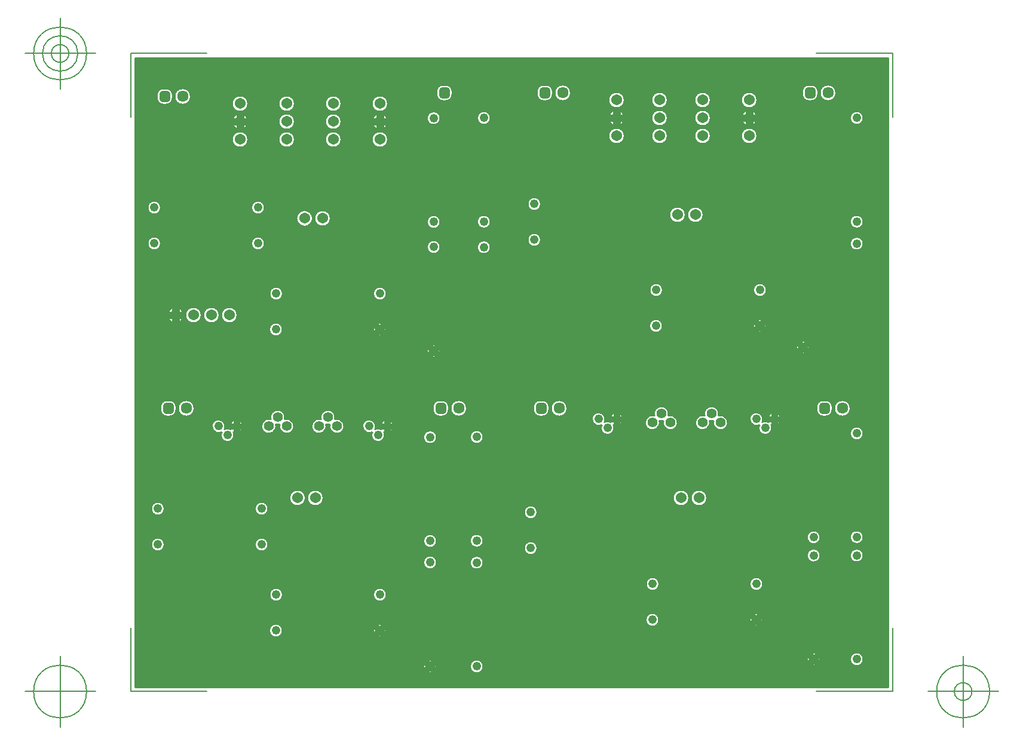
<source format=gbr>
G04 Generated by Ultiboard 14.2 *
%FSLAX33Y33*%
%MOMM*%

%ADD10C,0.001*%
%ADD11C,0.254*%
%ADD12C,0.127*%
%ADD13C,1.609*%
%ADD14R,0.529X0.529*%
%ADD15C,0.995*%
%ADD16C,1.537*%
%ADD17C,1.245*%
%ADD18C,1.397*%


G04 ColorRGB CCFFCC for the following layer *
%LNCopper Inner 1*%
%LPD*%
G54D10*
G36*
X83691Y28577D02*
X83691Y28577D01*
X-22985Y28577D01*
X-22985Y117727D01*
X83691Y117727D01*
X83691Y28577D01*
D02*
G37*
%LPC*%
G36*
X71522Y113041D02*
X71522Y113041D01*
X71522Y112511D01*
G75*
D01*
G03X72379Y111654I857J0*
G01*
X72379Y111654D01*
X72909Y111654D01*
G75*
D01*
G03X73766Y112511I0J857*
G01*
X73766Y112511D01*
X73766Y113041D01*
G74*
D01*
G03X72909Y113898I857J0*
G01*
X72909Y113898D01*
X72379Y113898D01*
G75*
D01*
G03X71522Y113041I0J-857*
G01*
D02*
G37*
G36*
X72249Y109910D02*
G75*
D01*
G03X72249Y109910I-621J-722*
G01*
D02*
G37*
G36*
X72249Y46908D02*
G75*
D01*
G03X72249Y46908I903J304*
G01*
D02*
G37*
G36*
X72283Y32903D02*
G75*
D01*
G03X72283Y32121I869J-391*
G01*
X72283Y32121D01*
X72674Y32512D01*
X72283Y32903D01*
D02*
G37*
G36*
X72249Y49480D02*
G75*
D01*
G03X72249Y49480I903J304*
G01*
D02*
G37*
G36*
X72249Y95210D02*
G75*
D01*
G03X72249Y95210I-621J-722*
G01*
D02*
G37*
G36*
X72249Y92130D02*
G75*
D01*
G03X72249Y92130I-621J-722*
G01*
D02*
G37*
G36*
X78927Y75811D02*
G75*
D01*
G03X78927Y75811I321J897*
G01*
D02*
G37*
G36*
X72497Y77099D02*
X72497Y77099D01*
X72106Y76708D01*
X72497Y76317D01*
G75*
D01*
G03X72497Y77099I-869J391*
G01*
D02*
G37*
G36*
X72249Y64788D02*
G75*
D01*
G03X72249Y64788I903J-304*
G01*
D02*
G37*
G36*
X24249Y112022D02*
G75*
D01*
G03X24249Y112022I-881J754*
G01*
D02*
G37*
G36*
X249Y94140D02*
G75*
D01*
G03X249Y94140I767J856*
G01*
D02*
G37*
G36*
X249Y54250D02*
G75*
D01*
G03X249Y54250I-249J1122*
G01*
D02*
G37*
G36*
X48249Y49072D02*
G75*
D01*
G03X48249Y49072I-497J-812*
G01*
D02*
G37*
G36*
X19161Y75811D02*
G75*
D01*
G03X19161Y75811I143J421*
G01*
D02*
G37*
G36*
X48249Y92900D02*
G75*
D01*
G03X48249Y92900I11J-952*
G01*
D02*
G37*
G36*
X48249Y97980D02*
G75*
D01*
G03X48249Y97980I11J-952*
G01*
D02*
G37*
G36*
X72019Y75839D02*
X72019Y75839D01*
X71628Y76230D01*
X71237Y75839D01*
G75*
D01*
G03X72019Y75839I391J869*
G01*
D02*
G37*
G36*
X25546Y75811D02*
G75*
D01*
G03X25546Y75811I870J389*
G01*
D02*
G37*
G36*
X48249Y52528D02*
G75*
D01*
G03X48249Y52528I-497J812*
G01*
D02*
G37*
G36*
X78296Y109220D02*
G75*
D01*
G03X78296Y109220I952J0*
G01*
D02*
G37*
G36*
X74024Y112776D02*
G75*
D01*
G03X74024Y112776I1160J0*
G01*
D02*
G37*
G36*
X78296Y49816D02*
G75*
D01*
G03X78296Y49816I952J0*
G01*
D02*
G37*
G36*
X73543Y31643D02*
X73543Y31643D01*
X73152Y32034D01*
X72761Y31643D01*
G75*
D01*
G03X73543Y31643I391J869*
G01*
D02*
G37*
G36*
X78296Y32512D02*
G75*
D01*
G03X78296Y32512I952J0*
G01*
D02*
G37*
G36*
X74021Y32903D02*
X74021Y32903D01*
X73630Y32512D01*
X74021Y32121D01*
G75*
D01*
G03X74021Y32903I-869J391*
G01*
D02*
G37*
G36*
X72761Y33381D02*
X72761Y33381D01*
X73152Y32990D01*
X73543Y33381D01*
G75*
D01*
G03X72761Y33381I-391J-869*
G01*
D02*
G37*
G36*
X72708Y32512D02*
G75*
D01*
G03X72708Y32512I444J0*
G01*
D02*
G37*
G36*
X78296Y47212D02*
G75*
D01*
G03X78296Y47212I952J0*
G01*
D02*
G37*
G36*
X78296Y94520D02*
G75*
D01*
G03X78296Y94520I952J0*
G01*
D02*
G37*
G36*
X78296Y91408D02*
G75*
D01*
G03X78296Y91408I952J0*
G01*
D02*
G37*
G36*
X78296Y64516D02*
G75*
D01*
G03X78296Y64516I952J0*
G01*
D02*
G37*
G36*
X73554Y68337D02*
X73554Y68337D01*
X73554Y67807D01*
G75*
D01*
G03X74411Y66950I857J0*
G01*
X74411Y66950D01*
X74941Y66950D01*
G75*
D01*
G03X75798Y67807I0J857*
G01*
X75798Y67807D01*
X75798Y68337D01*
G74*
D01*
G03X74941Y69194I857J0*
G01*
X74941Y69194D01*
X74411Y69194D01*
G75*
D01*
G03X73554Y68337I0J-857*
G01*
D02*
G37*
G36*
X76056Y68072D02*
G75*
D01*
G03X76056Y68072I1160J0*
G01*
D02*
G37*
G36*
X-9277Y106172D02*
G75*
D01*
G03X-9277Y106172I1149J0*
G01*
D02*
G37*
G36*
X-2673Y106172D02*
G75*
D01*
G03X-2673Y106172I1149J0*
G01*
D02*
G37*
G36*
X-7701Y109120D02*
X-7701Y109120D01*
X-7053Y109120D01*
G74*
D01*
G03X-7720Y109787I1075J408*
G01*
X-7720Y109787D01*
X-7720Y109139D01*
G75*
D01*
G03X-8536Y109139I-408J-427*
G01*
X-8536Y109139D01*
X-8536Y109787D01*
G74*
D01*
G03X-9203Y109120I408J1075*
G01*
X-9203Y109120D01*
X-8555Y109120D01*
G75*
D01*
G03X-8555Y108304I427J-408*
G01*
X-8555Y108304D01*
X-9203Y108304D01*
G74*
D01*
G03X-8536Y107637I1075J408*
G01*
X-8536Y107637D01*
X-8536Y108285D01*
G75*
D01*
G03X-7720Y108285I408J427*
G01*
X-7720Y108285D01*
X-7720Y107637D01*
G74*
D01*
G03X-7053Y108304I408J1075*
G01*
X-7053Y108304D01*
X-7701Y108304D01*
G75*
D01*
G03X-7701Y109120I-427J408*
G01*
D02*
G37*
G36*
X-2673Y108712D02*
G75*
D01*
G03X-2673Y108712I1149J0*
G01*
D02*
G37*
G36*
X-19918Y112533D02*
X-19918Y112533D01*
X-19918Y112003D01*
G75*
D01*
G03X-19061Y111146I857J0*
G01*
X-19061Y111146D01*
X-18531Y111146D01*
G75*
D01*
G03X-17674Y112003I0J857*
G01*
X-17674Y112003D01*
X-17674Y112533D01*
G74*
D01*
G03X-18531Y113390I857J0*
G01*
X-18531Y113390D01*
X-19061Y113390D01*
G75*
D01*
G03X-19918Y112533I0J-857*
G01*
D02*
G37*
G36*
X-17416Y112268D02*
G75*
D01*
G03X-17416Y112268I1160J0*
G01*
D02*
G37*
G36*
X-9277Y111252D02*
G75*
D01*
G03X-9277Y111252I1149J0*
G01*
D02*
G37*
G36*
X-2673Y111252D02*
G75*
D01*
G03X-2673Y111252I1149J0*
G01*
D02*
G37*
G36*
X3931Y106172D02*
G75*
D01*
G03X3931Y106172I1149J0*
G01*
D02*
G37*
G36*
X10535Y106172D02*
G75*
D01*
G03X10535Y106172I1149J0*
G01*
D02*
G37*
G36*
X3931Y108712D02*
G75*
D01*
G03X3931Y108712I1149J0*
G01*
D02*
G37*
G36*
X12111Y109120D02*
X12111Y109120D01*
X12759Y109120D01*
G74*
D01*
G03X12092Y109787I1075J408*
G01*
X12092Y109787D01*
X12092Y109139D01*
G75*
D01*
G03X11276Y109139I-408J-427*
G01*
X11276Y109139D01*
X11276Y109787D01*
G74*
D01*
G03X10609Y109120I408J1075*
G01*
X10609Y109120D01*
X11257Y109120D01*
G75*
D01*
G03X11257Y108304I427J-408*
G01*
X11257Y108304D01*
X10609Y108304D01*
G74*
D01*
G03X11276Y107637I1075J408*
G01*
X11276Y107637D01*
X11276Y108285D01*
G75*
D01*
G03X12092Y108285I408J427*
G01*
X12092Y108285D01*
X12092Y107637D01*
G74*
D01*
G03X12759Y108304I408J1075*
G01*
X12759Y108304D01*
X12111Y108304D01*
G75*
D01*
G03X12111Y109120I-427J408*
G01*
D02*
G37*
G36*
X18352Y109188D02*
G75*
D01*
G03X18352Y109188I952J0*
G01*
D02*
G37*
G36*
X3931Y111252D02*
G75*
D01*
G03X3931Y111252I1149J0*
G01*
D02*
G37*
G36*
X10535Y111252D02*
G75*
D01*
G03X10535Y111252I1149J0*
G01*
D02*
G37*
G36*
X19706Y113041D02*
X19706Y113041D01*
X19706Y112511D01*
G75*
D01*
G03X20563Y111654I857J0*
G01*
X20563Y111654D01*
X21093Y111654D01*
G75*
D01*
G03X21950Y112511I0J857*
G01*
X21950Y112511D01*
X21950Y113041D01*
G74*
D01*
G03X21093Y113898I857J0*
G01*
X21093Y113898D01*
X20563Y113898D01*
G75*
D01*
G03X19706Y113041I0J-857*
G01*
D02*
G37*
G36*
X50159Y106680D02*
G75*
D01*
G03X50159Y106680I1149J0*
G01*
D02*
G37*
G36*
X56255Y106680D02*
G75*
D01*
G03X56255Y106680I1149J0*
G01*
D02*
G37*
G36*
X62859Y106680D02*
G75*
D01*
G03X62859Y106680I1149J0*
G01*
D02*
G37*
G36*
X50159Y109220D02*
G75*
D01*
G03X50159Y109220I1149J0*
G01*
D02*
G37*
G36*
X56255Y109220D02*
G75*
D01*
G03X56255Y109220I1149J0*
G01*
D02*
G37*
G36*
X64435Y109628D02*
X64435Y109628D01*
X65083Y109628D01*
G74*
D01*
G03X64416Y110295I1075J408*
G01*
X64416Y110295D01*
X64416Y109647D01*
G75*
D01*
G03X63600Y109647I-408J-427*
G01*
X63600Y109647D01*
X63600Y110295D01*
G74*
D01*
G03X62933Y109628I408J1075*
G01*
X62933Y109628D01*
X63581Y109628D01*
G75*
D01*
G03X63581Y108812I427J-408*
G01*
X63581Y108812D01*
X62933Y108812D01*
G74*
D01*
G03X63600Y108145I1075J408*
G01*
X63600Y108145D01*
X63600Y108793D01*
G75*
D01*
G03X64416Y108793I408J427*
G01*
X64416Y108793D01*
X64416Y108145D01*
G74*
D01*
G03X65083Y108812I408J1075*
G01*
X65083Y108812D01*
X64435Y108812D01*
G75*
D01*
G03X64435Y109628I-427J408*
G01*
D02*
G37*
G36*
X50159Y111760D02*
G75*
D01*
G03X50159Y111760I1149J0*
G01*
D02*
G37*
G36*
X56255Y111760D02*
G75*
D01*
G03X56255Y111760I1149J0*
G01*
D02*
G37*
G36*
X62859Y111760D02*
G75*
D01*
G03X62859Y111760I1149J0*
G01*
D02*
G37*
G36*
X44063Y106680D02*
G75*
D01*
G03X44063Y106680I1149J0*
G01*
D02*
G37*
G36*
X25464Y109220D02*
G75*
D01*
G03X25464Y109220I952J0*
G01*
D02*
G37*
G36*
X45639Y109628D02*
X45639Y109628D01*
X46287Y109628D01*
G74*
D01*
G03X45620Y110295I1075J408*
G01*
X45620Y110295D01*
X45620Y109647D01*
G75*
D01*
G03X44804Y109647I-408J-427*
G01*
X44804Y109647D01*
X44804Y110295D01*
G74*
D01*
G03X44137Y109628I408J1075*
G01*
X44137Y109628D01*
X44785Y109628D01*
G75*
D01*
G03X44785Y108812I427J-408*
G01*
X44785Y108812D01*
X44137Y108812D01*
G74*
D01*
G03X44804Y108145I1075J408*
G01*
X44804Y108145D01*
X44804Y108793D01*
G75*
D01*
G03X45620Y108793I408J427*
G01*
X45620Y108793D01*
X45620Y108145D01*
G74*
D01*
G03X46287Y108812I408J1075*
G01*
X46287Y108812D01*
X45639Y108812D01*
G75*
D01*
G03X45639Y109628I-427J408*
G01*
D02*
G37*
G36*
X33930Y113041D02*
X33930Y113041D01*
X33930Y112511D01*
G75*
D01*
G03X34787Y111654I857J0*
G01*
X34787Y111654D01*
X35317Y111654D01*
G75*
D01*
G03X36174Y112511I0J857*
G01*
X36174Y112511D01*
X36174Y113041D01*
G74*
D01*
G03X35317Y113898I857J0*
G01*
X35317Y113898D01*
X34787Y113898D01*
G75*
D01*
G03X33930Y113041I0J-857*
G01*
D02*
G37*
G36*
X36432Y112776D02*
G75*
D01*
G03X36432Y112776I1160J0*
G01*
D02*
G37*
G36*
X44063Y111760D02*
G75*
D01*
G03X44063Y111760I1149J0*
G01*
D02*
G37*
G36*
X-6032Y48768D02*
G75*
D01*
G03X-6032Y48768I952J0*
G01*
D02*
G37*
G36*
X-4000Y36576D02*
G75*
D01*
G03X-4000Y36576I952J0*
G01*
D02*
G37*
G36*
X-3968Y41656D02*
G75*
D01*
G03X-3968Y41656I952J0*
G01*
D02*
G37*
G36*
X-20732Y48768D02*
G75*
D01*
G03X-20732Y48768I952J0*
G01*
D02*
G37*
G36*
X-6540Y96520D02*
G75*
D01*
G03X-6540Y96520I952J0*
G01*
D02*
G37*
G36*
X-4000Y79248D02*
G75*
D01*
G03X-4000Y79248I952J0*
G01*
D02*
G37*
G36*
X-16845Y81688D02*
X-16845Y81688D01*
X-16197Y81688D01*
G74*
D01*
G03X-16864Y82355I1075J408*
G01*
X-16864Y82355D01*
X-16864Y81707D01*
G75*
D01*
G03X-17680Y81707I-408J-427*
G01*
X-17680Y81707D01*
X-17680Y82355D01*
G74*
D01*
G03X-18347Y81688I408J1075*
G01*
X-18347Y81688D01*
X-17699Y81688D01*
G75*
D01*
G03X-17699Y80872I427J-408*
G01*
X-17699Y80872D01*
X-18347Y80872D01*
G74*
D01*
G03X-17680Y80205I1075J408*
G01*
X-17680Y80205D01*
X-17680Y80853D01*
G75*
D01*
G03X-16864Y80853I408J427*
G01*
X-16864Y80853D01*
X-16864Y80205D01*
G74*
D01*
G03X-16197Y80872I408J1075*
G01*
X-16197Y80872D01*
X-16845Y80872D01*
G75*
D01*
G03X-16845Y81688I-427J408*
G01*
D02*
G37*
G36*
X-15881Y81280D02*
G75*
D01*
G03X-15881Y81280I1149J0*
G01*
D02*
G37*
G36*
X-13341Y81280D02*
G75*
D01*
G03X-13341Y81280I1149J0*
G01*
D02*
G37*
G36*
X-10801Y81280D02*
G75*
D01*
G03X-10801Y81280I1149J0*
G01*
D02*
G37*
G36*
X-3968Y84328D02*
G75*
D01*
G03X-3968Y84328I952J0*
G01*
D02*
G37*
G36*
X-21240Y91440D02*
G75*
D01*
G03X-21240Y91440I952J0*
G01*
D02*
G37*
G36*
X-6540Y91440D02*
G75*
D01*
G03X-6540Y91440I952J0*
G01*
D02*
G37*
G36*
X-21240Y96520D02*
G75*
D01*
G03X-21240Y96520I952J0*
G01*
D02*
G37*
G36*
X-16908Y68072D02*
G75*
D01*
G03X-16908Y68072I1160J0*
G01*
D02*
G37*
G36*
X-20732Y53848D02*
G75*
D01*
G03X-20732Y53848I952J0*
G01*
D02*
G37*
G36*
X-6032Y53848D02*
G75*
D01*
G03X-6032Y53848I952J0*
G01*
D02*
G37*
G36*
X-9496Y65122D02*
G75*
D01*
G03X-10316Y65122I-410J-860*
G01*
G75*
D01*
G03X-10766Y64672I-860J410*
G01*
G75*
D01*
G03X-9046Y64672I860J-410*
G01*
G74*
D01*
G03X-8974Y64641I410J860*
G01*
X-8974Y64641D01*
X-8974Y65194D01*
X-9527Y65194D01*
G74*
D01*
G03X-9496Y65122I891J338*
G01*
D02*
G37*
G36*
X-9527Y65870D02*
X-9527Y65870D01*
X-8974Y65870D01*
X-8974Y66423D01*
G74*
D01*
G03X-9527Y65870I338J891*
G01*
D02*
G37*
G36*
X-8298Y66423D02*
X-8298Y66423D01*
X-8298Y65870D01*
X-7745Y65870D01*
G74*
D01*
G03X-8298Y66423I891J338*
G01*
D02*
G37*
G36*
X-7745Y65194D02*
X-7745Y65194D01*
X-8298Y65194D01*
X-8298Y64641D01*
G74*
D01*
G03X-7745Y65194I338J891*
G01*
D02*
G37*
G36*
X-9080Y65532D02*
G75*
D01*
G03X-9080Y65532I444J0*
G01*
D02*
G37*
G36*
X-1769Y66557D02*
G75*
D01*
G03X-3819Y66557I-1025J245*
G01*
G75*
D01*
G03X-3039Y65777I-245J-1025*
G01*
G75*
D01*
G03X-2549Y65777I245J1025*
G01*
G75*
D01*
G03X-1769Y66557I1025J-245*
G01*
D02*
G37*
G36*
X-19410Y68337D02*
X-19410Y68337D01*
X-19410Y67807D01*
G75*
D01*
G03X-18553Y66950I857J0*
G01*
X-18553Y66950D01*
X-18023Y66950D01*
G75*
D01*
G03X-17166Y67807I0J857*
G01*
X-17166Y67807D01*
X-17166Y68337D01*
G74*
D01*
G03X-18023Y69194I857J0*
G01*
X-18023Y69194D01*
X-18553Y69194D01*
G75*
D01*
G03X-19410Y68337I0J-857*
G01*
D02*
G37*
G36*
X17844Y49276D02*
G75*
D01*
G03X17844Y49276I952J0*
G01*
D02*
G37*
G36*
X17927Y31919D02*
G75*
D01*
G03X17927Y31137I869J-391*
G01*
X17927Y31137D01*
X18318Y31528D01*
X17927Y31919D01*
D02*
G37*
G36*
X19665Y31919D02*
X19665Y31919D01*
X19274Y31528D01*
X19665Y31137D01*
G75*
D01*
G03X19665Y31919I-869J391*
G01*
D02*
G37*
G36*
X19187Y30659D02*
X19187Y30659D01*
X18796Y31050D01*
X18405Y30659D01*
G75*
D01*
G03X19187Y30659I391J869*
G01*
D02*
G37*
G36*
X18352Y31528D02*
G75*
D01*
G03X18352Y31528I444J0*
G01*
D02*
G37*
G36*
X18405Y32397D02*
X18405Y32397D01*
X18796Y32006D01*
X19187Y32397D01*
G75*
D01*
G03X18405Y32397I-391J-869*
G01*
D02*
G37*
G36*
X12043Y35707D02*
X12043Y35707D01*
X11652Y36098D01*
X11261Y35707D01*
G75*
D01*
G03X12043Y35707I391J869*
G01*
D02*
G37*
G36*
X11261Y37445D02*
X11261Y37445D01*
X11652Y37054D01*
X12043Y37445D01*
G75*
D01*
G03X11261Y37445I-391J-869*
G01*
D02*
G37*
G36*
X11208Y36576D02*
G75*
D01*
G03X11208Y36576I444J0*
G01*
D02*
G37*
G36*
X10783Y36967D02*
G75*
D01*
G03X10783Y36185I869J-391*
G01*
X10783Y36185D01*
X11174Y36576D01*
X10783Y36967D01*
D02*
G37*
G36*
X12521Y36967D02*
X12521Y36967D01*
X12130Y36576D01*
X12521Y36185D01*
G75*
D01*
G03X12521Y36967I-869J391*
G01*
D02*
G37*
G36*
X10732Y41656D02*
G75*
D01*
G03X10732Y41656I952J0*
G01*
D02*
G37*
G36*
X17844Y46228D02*
G75*
D01*
G03X17844Y46228I952J0*
G01*
D02*
G37*
G36*
X49340Y38100D02*
G75*
D01*
G03X49340Y38100I952J0*
G01*
D02*
G37*
G36*
X64123Y38491D02*
G75*
D01*
G03X64123Y37709I869J-391*
G01*
X64123Y37709D01*
X64514Y38100D01*
X64123Y38491D01*
D02*
G37*
G36*
X65861Y38491D02*
X65861Y38491D01*
X65470Y38100D01*
X65861Y37709D01*
G75*
D01*
G03X65861Y38491I-869J391*
G01*
D02*
G37*
G36*
X64548Y38100D02*
G75*
D01*
G03X64548Y38100I444J0*
G01*
D02*
G37*
G36*
X65383Y37231D02*
X65383Y37231D01*
X64992Y37622D01*
X64601Y37231D01*
G75*
D01*
G03X65383Y37231I391J869*
G01*
D02*
G37*
G36*
X64601Y38969D02*
X64601Y38969D01*
X64992Y38578D01*
X65383Y38969D01*
G75*
D01*
G03X64601Y38969I-391J-869*
G01*
D02*
G37*
G36*
X49372Y43180D02*
G75*
D01*
G03X49372Y43180I952J0*
G01*
D02*
G37*
G36*
X64072Y43180D02*
G75*
D01*
G03X64072Y43180I952J0*
G01*
D02*
G37*
G36*
X24448Y49308D02*
G75*
D01*
G03X24448Y49308I952J0*
G01*
D02*
G37*
G36*
X24448Y31496D02*
G75*
D01*
G03X24448Y31496I952J0*
G01*
D02*
G37*
G36*
X24448Y46196D02*
G75*
D01*
G03X24448Y46196I952J0*
G01*
D02*
G37*
G36*
X32100Y48260D02*
G75*
D01*
G03X32100Y48260I952J0*
G01*
D02*
G37*
G36*
X18352Y94488D02*
G75*
D01*
G03X18352Y94488I952J0*
G01*
D02*
G37*
G36*
X18435Y76623D02*
G75*
D01*
G03X18435Y75841I869J-391*
G01*
X18435Y75841D01*
X18826Y76232D01*
X18435Y76623D01*
D02*
G37*
G36*
X20173Y76623D02*
X20173Y76623D01*
X19782Y76232D01*
X20173Y75841D01*
G75*
D01*
G03X20173Y76623I-869J391*
G01*
D02*
G37*
G36*
X18913Y77101D02*
X18913Y77101D01*
X19304Y76710D01*
X19695Y77101D01*
G75*
D01*
G03X18913Y77101I-391J-869*
G01*
D02*
G37*
G36*
X11261Y80117D02*
X11261Y80117D01*
X11652Y79726D01*
X12043Y80117D01*
G75*
D01*
G03X11261Y80117I-391J-869*
G01*
D02*
G37*
G36*
X12043Y78379D02*
X12043Y78379D01*
X11652Y78770D01*
X11261Y78379D01*
G75*
D01*
G03X12043Y78379I391J869*
G01*
D02*
G37*
G36*
X11208Y79248D02*
G75*
D01*
G03X11208Y79248I444J0*
G01*
D02*
G37*
G36*
X10783Y79639D02*
G75*
D01*
G03X10783Y78857I869J-391*
G01*
X10783Y78857D01*
X11174Y79248D01*
X10783Y79639D01*
D02*
G37*
G36*
X12521Y79639D02*
X12521Y79639D01*
X12130Y79248D01*
X12521Y78857D01*
G75*
D01*
G03X12521Y79639I-869J391*
G01*
D02*
G37*
G36*
X10732Y84328D02*
G75*
D01*
G03X10732Y84328I952J0*
G01*
D02*
G37*
G36*
X18352Y90932D02*
G75*
D01*
G03X18352Y90932I952J0*
G01*
D02*
G37*
G36*
X2407Y94996D02*
G75*
D01*
G03X2407Y94996I1149J0*
G01*
D02*
G37*
G36*
X71237Y77577D02*
X71237Y77577D01*
X71628Y77186D01*
X72019Y77577D01*
G75*
D01*
G03X71237Y77577I-391J-869*
G01*
D02*
G37*
G36*
X71184Y76708D02*
G75*
D01*
G03X71184Y76708I444J0*
G01*
D02*
G37*
G36*
X70759Y77099D02*
G75*
D01*
G03X70759Y76317I869J-391*
G01*
X70759Y76317D01*
X71150Y76708D01*
X70759Y77099D01*
D02*
G37*
G36*
X49848Y79756D02*
G75*
D01*
G03X49848Y79756I952J0*
G01*
D02*
G37*
G36*
X64631Y80147D02*
G75*
D01*
G03X64631Y79365I869J-391*
G01*
X64631Y79365D01*
X65022Y79756D01*
X64631Y80147D01*
D02*
G37*
G36*
X66369Y80147D02*
X66369Y80147D01*
X65978Y79756D01*
X66369Y79365D01*
G75*
D01*
G03X66369Y80147I-869J391*
G01*
D02*
G37*
G36*
X65056Y79756D02*
G75*
D01*
G03X65056Y79756I444J0*
G01*
D02*
G37*
G36*
X65891Y78887D02*
X65891Y78887D01*
X65500Y79278D01*
X65109Y78887D01*
G75*
D01*
G03X65891Y78887I391J869*
G01*
D02*
G37*
G36*
X65109Y80625D02*
X65109Y80625D01*
X65500Y80234D01*
X65891Y80625D01*
G75*
D01*
G03X65109Y80625I-391J-869*
G01*
D02*
G37*
G36*
X49880Y84836D02*
G75*
D01*
G03X49880Y84836I952J0*
G01*
D02*
G37*
G36*
X64580Y84836D02*
G75*
D01*
G03X64580Y84836I952J0*
G01*
D02*
G37*
G36*
X52699Y95504D02*
G75*
D01*
G03X52699Y95504I1149J0*
G01*
D02*
G37*
G36*
X55239Y95504D02*
G75*
D01*
G03X55239Y95504I1149J0*
G01*
D02*
G37*
G36*
X19695Y75363D02*
X19695Y75363D01*
X19304Y75754D01*
X18913Y75363D01*
G75*
D01*
G03X19695Y75363I391J869*
G01*
D02*
G37*
G36*
X1391Y55372D02*
G75*
D01*
G03X1391Y55372I1149J0*
G01*
D02*
G37*
G36*
X11840Y65122D02*
G75*
D01*
G03X11020Y65122I-410J-860*
G01*
G75*
D01*
G03X10570Y64672I-860J410*
G01*
G75*
D01*
G03X12290Y64672I860J-410*
G01*
G74*
D01*
G03X12362Y64641I410J860*
G01*
X12362Y64641D01*
X12362Y65194D01*
X11809Y65194D01*
G74*
D01*
G03X11840Y65122I891J338*
G01*
D02*
G37*
G36*
X17844Y63976D02*
G75*
D01*
G03X17844Y63976I952J0*
G01*
D02*
G37*
G36*
X5343Y66557D02*
G75*
D01*
G03X3293Y66557I-1025J245*
G01*
G75*
D01*
G03X4073Y65777I-245J-1025*
G01*
G75*
D01*
G03X4563Y65777I245J1025*
G01*
G75*
D01*
G03X5343Y66557I1025J-245*
G01*
D02*
G37*
G36*
X11809Y65870D02*
X11809Y65870D01*
X12362Y65870D01*
X12362Y66423D01*
G74*
D01*
G03X11809Y65870I338J891*
G01*
D02*
G37*
G36*
X13038Y66423D02*
X13038Y66423D01*
X13038Y65870D01*
X13591Y65870D01*
G74*
D01*
G03X13038Y66423I891J338*
G01*
D02*
G37*
G36*
X13591Y65194D02*
X13591Y65194D01*
X13038Y65194D01*
X13038Y64641D01*
G74*
D01*
G03X13591Y65194I338J891*
G01*
D02*
G37*
G36*
X12256Y65532D02*
G75*
D01*
G03X12256Y65532I444J0*
G01*
D02*
G37*
G36*
X19198Y68337D02*
X19198Y68337D01*
X19198Y67807D01*
G75*
D01*
G03X20055Y66950I857J0*
G01*
X20055Y66950D01*
X20585Y66950D01*
G75*
D01*
G03X21442Y67807I0J857*
G01*
X21442Y67807D01*
X21442Y68337D01*
G74*
D01*
G03X20585Y69194I857J0*
G01*
X20585Y69194D01*
X20055Y69194D01*
G75*
D01*
G03X19198Y68337I0J-857*
G01*
D02*
G37*
G36*
X21700Y68072D02*
G75*
D01*
G03X21700Y68072I1160J0*
G01*
D02*
G37*
G36*
X25464Y90900D02*
G75*
D01*
G03X25464Y90900I952J0*
G01*
D02*
G37*
G36*
X32608Y91948D02*
G75*
D01*
G03X32608Y91948I952J0*
G01*
D02*
G37*
G36*
X25464Y94520D02*
G75*
D01*
G03X25464Y94520I952J0*
G01*
D02*
G37*
G36*
X32608Y97028D02*
G75*
D01*
G03X32608Y97028I952J0*
G01*
D02*
G37*
G36*
X53207Y55372D02*
G75*
D01*
G03X53207Y55372I1149J0*
G01*
D02*
G37*
G36*
X55747Y55372D02*
G75*
D01*
G03X55747Y55372I1149J0*
G01*
D02*
G37*
G36*
X52587Y67065D02*
G75*
D01*
G03X50537Y67065I-1025J245*
G01*
G75*
D01*
G03X51317Y66285I-245J-1025*
G01*
G75*
D01*
G03X51807Y66285I245J1025*
G01*
G75*
D01*
G03X52587Y67065I1025J-245*
G01*
D02*
G37*
G36*
X59699Y67065D02*
G75*
D01*
G03X57649Y67065I-1025J245*
G01*
G75*
D01*
G03X58429Y66285I-245J-1025*
G01*
G75*
D01*
G03X58919Y66285I245J1025*
G01*
G75*
D01*
G03X59699Y67065I1025J-245*
G01*
D02*
G37*
G36*
X66704Y66138D02*
G75*
D01*
G03X65884Y66138I-410J-860*
G01*
G75*
D01*
G03X65434Y65688I-860J410*
G01*
G75*
D01*
G03X67154Y65688I860J-410*
G01*
G74*
D01*
G03X67226Y65657I410J860*
G01*
X67226Y65657D01*
X67226Y66210D01*
X66673Y66210D01*
G74*
D01*
G03X66704Y66138I891J338*
G01*
D02*
G37*
G36*
X68455Y66210D02*
X68455Y66210D01*
X67902Y66210D01*
X67902Y65657D01*
G74*
D01*
G03X68455Y66210I338J891*
G01*
D02*
G37*
G36*
X67902Y67439D02*
X67902Y67439D01*
X67902Y66886D01*
X68455Y66886D01*
G74*
D01*
G03X67902Y67439I891J338*
G01*
D02*
G37*
G36*
X67120Y66548D02*
G75*
D01*
G03X67120Y66548I444J0*
G01*
D02*
G37*
G36*
X66673Y66886D02*
X66673Y66886D01*
X67226Y66886D01*
X67226Y67439D01*
G74*
D01*
G03X66673Y66886I338J891*
G01*
D02*
G37*
G36*
X32100Y53340D02*
G75*
D01*
G03X32100Y53340I952J0*
G01*
D02*
G37*
G36*
X24448Y64008D02*
G75*
D01*
G03X24448Y64008I952J0*
G01*
D02*
G37*
G36*
X44352Y66138D02*
G75*
D01*
G03X43532Y66138I-410J-860*
G01*
G75*
D01*
G03X43082Y65688I-860J410*
G01*
G75*
D01*
G03X44802Y65688I860J-410*
G01*
G74*
D01*
G03X44874Y65657I410J860*
G01*
X44874Y65657D01*
X44874Y66210D01*
X44321Y66210D01*
G74*
D01*
G03X44352Y66138I891J338*
G01*
D02*
G37*
G36*
X46103Y66210D02*
X46103Y66210D01*
X45550Y66210D01*
X45550Y65657D01*
G74*
D01*
G03X46103Y66210I338J891*
G01*
D02*
G37*
G36*
X33422Y68337D02*
X33422Y68337D01*
X33422Y67807D01*
G75*
D01*
G03X34279Y66950I857J0*
G01*
X34279Y66950D01*
X34809Y66950D01*
G75*
D01*
G03X35666Y67807I0J857*
G01*
X35666Y67807D01*
X35666Y68337D01*
G74*
D01*
G03X34809Y69194I857J0*
G01*
X34809Y69194D01*
X34279Y69194D01*
G75*
D01*
G03X33422Y68337I0J-857*
G01*
D02*
G37*
G36*
X35924Y68072D02*
G75*
D01*
G03X35924Y68072I1160J0*
G01*
D02*
G37*
G36*
X45550Y67439D02*
X45550Y67439D01*
X45550Y66886D01*
X46103Y66886D01*
G74*
D01*
G03X45550Y67439I891J338*
G01*
D02*
G37*
G36*
X44321Y66886D02*
X44321Y66886D01*
X44874Y66886D01*
X44874Y67439D01*
G74*
D01*
G03X44321Y66886I338J891*
G01*
D02*
G37*
G36*
X44768Y66548D02*
G75*
D01*
G03X44768Y66548I444J0*
G01*
D02*
G37*
%LPD*%
G54D11*
X71522Y113041D02*
X71522Y112511D01*
G75*
D01*
G03X72379Y111654I857J0*
G01*
X72909Y111654D01*
G75*
D01*
G03X73766Y112511I0J857*
G01*
X73766Y113041D01*
G74*
D01*
G03X72909Y113898I857J0*
G01*
X72379Y113898D01*
G75*
D01*
G03X71522Y113041I0J-857*
G01*
X72249Y109910D02*
G75*
D01*
G03X72249Y109910I-621J-722*
G01*
X72249Y46908D02*
G75*
D01*
G03X72249Y46908I903J304*
G01*
X72283Y32903D02*
G75*
D01*
G03X72283Y32121I869J-391*
G01*
X72674Y32512D01*
X72283Y32903D01*
X72249Y49480D02*
G75*
D01*
G03X72249Y49480I903J304*
G01*
X72249Y95210D02*
G75*
D01*
G03X72249Y95210I-621J-722*
G01*
X72249Y92130D02*
G75*
D01*
G03X72249Y92130I-621J-722*
G01*
X78927Y75811D02*
G75*
D01*
G03X78927Y75811I321J897*
G01*
X72497Y77099D02*
X72106Y76708D01*
X72497Y76317D01*
G75*
D01*
G03X72497Y77099I-869J391*
G01*
X72249Y64788D02*
G75*
D01*
G03X72249Y64788I903J-304*
G01*
X24249Y112022D02*
G75*
D01*
G03X24249Y112022I-881J754*
G01*
X249Y94140D02*
G75*
D01*
G03X249Y94140I767J856*
G01*
X249Y54250D02*
G75*
D01*
G03X249Y54250I-249J1122*
G01*
X48249Y49072D02*
G75*
D01*
G03X48249Y49072I-497J-812*
G01*
X19161Y75811D02*
G75*
D01*
G03X19161Y75811I143J421*
G01*
X48249Y92900D02*
G75*
D01*
G03X48249Y92900I11J-952*
G01*
X48249Y97980D02*
G75*
D01*
G03X48249Y97980I11J-952*
G01*
X72019Y75839D02*
X71628Y76230D01*
X71237Y75839D01*
G75*
D01*
G03X72019Y75839I391J869*
G01*
X25546Y75811D02*
G75*
D01*
G03X25546Y75811I870J389*
G01*
X48249Y52528D02*
G75*
D01*
G03X48249Y52528I-497J812*
G01*
X78296Y109220D02*
G75*
D01*
G03X78296Y109220I952J0*
G01*
X74024Y112776D02*
G75*
D01*
G03X74024Y112776I1160J0*
G01*
X78296Y49816D02*
G75*
D01*
G03X78296Y49816I952J0*
G01*
X73543Y31643D02*
X73152Y32034D01*
X72761Y31643D01*
G75*
D01*
G03X73543Y31643I391J869*
G01*
X78296Y32512D02*
G75*
D01*
G03X78296Y32512I952J0*
G01*
X74021Y32903D02*
X73630Y32512D01*
X74021Y32121D01*
G75*
D01*
G03X74021Y32903I-869J391*
G01*
X72761Y33381D02*
X73152Y32990D01*
X73543Y33381D01*
G75*
D01*
G03X72761Y33381I-391J-869*
G01*
X72708Y32512D02*
G75*
D01*
G03X72708Y32512I444J0*
G01*
X78296Y47212D02*
G75*
D01*
G03X78296Y47212I952J0*
G01*
X78296Y94520D02*
G75*
D01*
G03X78296Y94520I952J0*
G01*
X78296Y91408D02*
G75*
D01*
G03X78296Y91408I952J0*
G01*
X78296Y64516D02*
G75*
D01*
G03X78296Y64516I952J0*
G01*
X73554Y68337D02*
X73554Y67807D01*
G75*
D01*
G03X74411Y66950I857J0*
G01*
X74941Y66950D01*
G75*
D01*
G03X75798Y67807I0J857*
G01*
X75798Y68337D01*
G74*
D01*
G03X74941Y69194I857J0*
G01*
X74411Y69194D01*
G75*
D01*
G03X73554Y68337I0J-857*
G01*
X76056Y68072D02*
G75*
D01*
G03X76056Y68072I1160J0*
G01*
X-9277Y106172D02*
G75*
D01*
G03X-9277Y106172I1149J0*
G01*
X-2673Y106172D02*
G75*
D01*
G03X-2673Y106172I1149J0*
G01*
X-7701Y109120D02*
X-7053Y109120D01*
G74*
D01*
G03X-7720Y109787I1075J408*
G01*
X-7720Y109139D01*
G75*
D01*
G03X-8536Y109139I-408J-427*
G01*
X-8536Y109787D01*
G74*
D01*
G03X-9203Y109120I408J1075*
G01*
X-8555Y109120D01*
G75*
D01*
G03X-8555Y108304I427J-408*
G01*
X-9203Y108304D01*
G74*
D01*
G03X-8536Y107637I1075J408*
G01*
X-8536Y108285D01*
G75*
D01*
G03X-7720Y108285I408J427*
G01*
X-7720Y107637D01*
G74*
D01*
G03X-7053Y108304I408J1075*
G01*
X-7701Y108304D01*
G75*
D01*
G03X-7701Y109120I-427J408*
G01*
X-2673Y108712D02*
G75*
D01*
G03X-2673Y108712I1149J0*
G01*
X-19918Y112533D02*
X-19918Y112003D01*
G75*
D01*
G03X-19061Y111146I857J0*
G01*
X-18531Y111146D01*
G75*
D01*
G03X-17674Y112003I0J857*
G01*
X-17674Y112533D01*
G74*
D01*
G03X-18531Y113390I857J0*
G01*
X-19061Y113390D01*
G75*
D01*
G03X-19918Y112533I0J-857*
G01*
X-17416Y112268D02*
G75*
D01*
G03X-17416Y112268I1160J0*
G01*
X-9277Y111252D02*
G75*
D01*
G03X-9277Y111252I1149J0*
G01*
X-2673Y111252D02*
G75*
D01*
G03X-2673Y111252I1149J0*
G01*
X3931Y106172D02*
G75*
D01*
G03X3931Y106172I1149J0*
G01*
X10535Y106172D02*
G75*
D01*
G03X10535Y106172I1149J0*
G01*
X3931Y108712D02*
G75*
D01*
G03X3931Y108712I1149J0*
G01*
X12111Y109120D02*
X12759Y109120D01*
G74*
D01*
G03X12092Y109787I1075J408*
G01*
X12092Y109139D01*
G75*
D01*
G03X11276Y109139I-408J-427*
G01*
X11276Y109787D01*
G74*
D01*
G03X10609Y109120I408J1075*
G01*
X11257Y109120D01*
G75*
D01*
G03X11257Y108304I427J-408*
G01*
X10609Y108304D01*
G74*
D01*
G03X11276Y107637I1075J408*
G01*
X11276Y108285D01*
G75*
D01*
G03X12092Y108285I408J427*
G01*
X12092Y107637D01*
G74*
D01*
G03X12759Y108304I408J1075*
G01*
X12111Y108304D01*
G75*
D01*
G03X12111Y109120I-427J408*
G01*
X18352Y109188D02*
G75*
D01*
G03X18352Y109188I952J0*
G01*
X3931Y111252D02*
G75*
D01*
G03X3931Y111252I1149J0*
G01*
X10535Y111252D02*
G75*
D01*
G03X10535Y111252I1149J0*
G01*
X19706Y113041D02*
X19706Y112511D01*
G75*
D01*
G03X20563Y111654I857J0*
G01*
X21093Y111654D01*
G75*
D01*
G03X21950Y112511I0J857*
G01*
X21950Y113041D01*
G74*
D01*
G03X21093Y113898I857J0*
G01*
X20563Y113898D01*
G75*
D01*
G03X19706Y113041I0J-857*
G01*
X50159Y106680D02*
G75*
D01*
G03X50159Y106680I1149J0*
G01*
X56255Y106680D02*
G75*
D01*
G03X56255Y106680I1149J0*
G01*
X62859Y106680D02*
G75*
D01*
G03X62859Y106680I1149J0*
G01*
X50159Y109220D02*
G75*
D01*
G03X50159Y109220I1149J0*
G01*
X56255Y109220D02*
G75*
D01*
G03X56255Y109220I1149J0*
G01*
X64435Y109628D02*
X65083Y109628D01*
G74*
D01*
G03X64416Y110295I1075J408*
G01*
X64416Y109647D01*
G75*
D01*
G03X63600Y109647I-408J-427*
G01*
X63600Y110295D01*
G74*
D01*
G03X62933Y109628I408J1075*
G01*
X63581Y109628D01*
G75*
D01*
G03X63581Y108812I427J-408*
G01*
X62933Y108812D01*
G74*
D01*
G03X63600Y108145I1075J408*
G01*
X63600Y108793D01*
G75*
D01*
G03X64416Y108793I408J427*
G01*
X64416Y108145D01*
G74*
D01*
G03X65083Y108812I408J1075*
G01*
X64435Y108812D01*
G75*
D01*
G03X64435Y109628I-427J408*
G01*
X50159Y111760D02*
G75*
D01*
G03X50159Y111760I1149J0*
G01*
X56255Y111760D02*
G75*
D01*
G03X56255Y111760I1149J0*
G01*
X62859Y111760D02*
G75*
D01*
G03X62859Y111760I1149J0*
G01*
X44063Y106680D02*
G75*
D01*
G03X44063Y106680I1149J0*
G01*
X25464Y109220D02*
G75*
D01*
G03X25464Y109220I952J0*
G01*
X45639Y109628D02*
X46287Y109628D01*
G74*
D01*
G03X45620Y110295I1075J408*
G01*
X45620Y109647D01*
G75*
D01*
G03X44804Y109647I-408J-427*
G01*
X44804Y110295D01*
G74*
D01*
G03X44137Y109628I408J1075*
G01*
X44785Y109628D01*
G75*
D01*
G03X44785Y108812I427J-408*
G01*
X44137Y108812D01*
G74*
D01*
G03X44804Y108145I1075J408*
G01*
X44804Y108793D01*
G75*
D01*
G03X45620Y108793I408J427*
G01*
X45620Y108145D01*
G74*
D01*
G03X46287Y108812I408J1075*
G01*
X45639Y108812D01*
G75*
D01*
G03X45639Y109628I-427J408*
G01*
X33930Y113041D02*
X33930Y112511D01*
G75*
D01*
G03X34787Y111654I857J0*
G01*
X35317Y111654D01*
G75*
D01*
G03X36174Y112511I0J857*
G01*
X36174Y113041D01*
G74*
D01*
G03X35317Y113898I857J0*
G01*
X34787Y113898D01*
G75*
D01*
G03X33930Y113041I0J-857*
G01*
X36432Y112776D02*
G75*
D01*
G03X36432Y112776I1160J0*
G01*
X44063Y111760D02*
G75*
D01*
G03X44063Y111760I1149J0*
G01*
X-6032Y48768D02*
G75*
D01*
G03X-6032Y48768I952J0*
G01*
X-4000Y36576D02*
G75*
D01*
G03X-4000Y36576I952J0*
G01*
X-3968Y41656D02*
G75*
D01*
G03X-3968Y41656I952J0*
G01*
X-20732Y48768D02*
G75*
D01*
G03X-20732Y48768I952J0*
G01*
X-6540Y96520D02*
G75*
D01*
G03X-6540Y96520I952J0*
G01*
X-4000Y79248D02*
G75*
D01*
G03X-4000Y79248I952J0*
G01*
X-16845Y81688D02*
X-16197Y81688D01*
G74*
D01*
G03X-16864Y82355I1075J408*
G01*
X-16864Y81707D01*
G75*
D01*
G03X-17680Y81707I-408J-427*
G01*
X-17680Y82355D01*
G74*
D01*
G03X-18347Y81688I408J1075*
G01*
X-17699Y81688D01*
G75*
D01*
G03X-17699Y80872I427J-408*
G01*
X-18347Y80872D01*
G74*
D01*
G03X-17680Y80205I1075J408*
G01*
X-17680Y80853D01*
G75*
D01*
G03X-16864Y80853I408J427*
G01*
X-16864Y80205D01*
G74*
D01*
G03X-16197Y80872I408J1075*
G01*
X-16845Y80872D01*
G75*
D01*
G03X-16845Y81688I-427J408*
G01*
X-15881Y81280D02*
G75*
D01*
G03X-15881Y81280I1149J0*
G01*
X-13341Y81280D02*
G75*
D01*
G03X-13341Y81280I1149J0*
G01*
X-10801Y81280D02*
G75*
D01*
G03X-10801Y81280I1149J0*
G01*
X-3968Y84328D02*
G75*
D01*
G03X-3968Y84328I952J0*
G01*
X-21240Y91440D02*
G75*
D01*
G03X-21240Y91440I952J0*
G01*
X-6540Y91440D02*
G75*
D01*
G03X-6540Y91440I952J0*
G01*
X-21240Y96520D02*
G75*
D01*
G03X-21240Y96520I952J0*
G01*
X-16908Y68072D02*
G75*
D01*
G03X-16908Y68072I1160J0*
G01*
X-20732Y53848D02*
G75*
D01*
G03X-20732Y53848I952J0*
G01*
X-6032Y53848D02*
G75*
D01*
G03X-6032Y53848I952J0*
G01*
X-9496Y65122D02*
G75*
D01*
G03X-10316Y65122I-410J-860*
G01*
G75*
D01*
G03X-10766Y64672I-860J410*
G01*
G75*
D01*
G03X-9046Y64672I860J-410*
G01*
G74*
D01*
G03X-8974Y64641I410J860*
G01*
X-8974Y65194D01*
X-9527Y65194D01*
G74*
D01*
G03X-9496Y65122I891J338*
G01*
X-9527Y65870D02*
X-8974Y65870D01*
X-8974Y66423D01*
G74*
D01*
G03X-9527Y65870I338J891*
G01*
X-8298Y66423D02*
X-8298Y65870D01*
X-7745Y65870D01*
G74*
D01*
G03X-8298Y66423I891J338*
G01*
X-7745Y65194D02*
X-8298Y65194D01*
X-8298Y64641D01*
G74*
D01*
G03X-7745Y65194I338J891*
G01*
X-9080Y65532D02*
G75*
D01*
G03X-9080Y65532I444J0*
G01*
X-1769Y66557D02*
G75*
D01*
G03X-3819Y66557I-1025J245*
G01*
G75*
D01*
G03X-3039Y65777I-245J-1025*
G01*
G75*
D01*
G03X-2549Y65777I245J1025*
G01*
G75*
D01*
G03X-1769Y66557I1025J-245*
G01*
X-19410Y68337D02*
X-19410Y67807D01*
G75*
D01*
G03X-18553Y66950I857J0*
G01*
X-18023Y66950D01*
G75*
D01*
G03X-17166Y67807I0J857*
G01*
X-17166Y68337D01*
G74*
D01*
G03X-18023Y69194I857J0*
G01*
X-18553Y69194D01*
G75*
D01*
G03X-19410Y68337I0J-857*
G01*
X17844Y49276D02*
G75*
D01*
G03X17844Y49276I952J0*
G01*
X17927Y31919D02*
G75*
D01*
G03X17927Y31137I869J-391*
G01*
X18318Y31528D01*
X17927Y31919D01*
X19665Y31919D02*
X19274Y31528D01*
X19665Y31137D01*
G75*
D01*
G03X19665Y31919I-869J391*
G01*
X19187Y30659D02*
X18796Y31050D01*
X18405Y30659D01*
G75*
D01*
G03X19187Y30659I391J869*
G01*
X18352Y31528D02*
G75*
D01*
G03X18352Y31528I444J0*
G01*
X18405Y32397D02*
X18796Y32006D01*
X19187Y32397D01*
G75*
D01*
G03X18405Y32397I-391J-869*
G01*
X12043Y35707D02*
X11652Y36098D01*
X11261Y35707D01*
G75*
D01*
G03X12043Y35707I391J869*
G01*
X11261Y37445D02*
X11652Y37054D01*
X12043Y37445D01*
G75*
D01*
G03X11261Y37445I-391J-869*
G01*
X11208Y36576D02*
G75*
D01*
G03X11208Y36576I444J0*
G01*
X10783Y36967D02*
G75*
D01*
G03X10783Y36185I869J-391*
G01*
X11174Y36576D01*
X10783Y36967D01*
X12521Y36967D02*
X12130Y36576D01*
X12521Y36185D01*
G75*
D01*
G03X12521Y36967I-869J391*
G01*
X10732Y41656D02*
G75*
D01*
G03X10732Y41656I952J0*
G01*
X17844Y46228D02*
G75*
D01*
G03X17844Y46228I952J0*
G01*
X49340Y38100D02*
G75*
D01*
G03X49340Y38100I952J0*
G01*
X64123Y38491D02*
G75*
D01*
G03X64123Y37709I869J-391*
G01*
X64514Y38100D01*
X64123Y38491D01*
X65861Y38491D02*
X65470Y38100D01*
X65861Y37709D01*
G75*
D01*
G03X65861Y38491I-869J391*
G01*
X64548Y38100D02*
G75*
D01*
G03X64548Y38100I444J0*
G01*
X65383Y37231D02*
X64992Y37622D01*
X64601Y37231D01*
G75*
D01*
G03X65383Y37231I391J869*
G01*
X64601Y38969D02*
X64992Y38578D01*
X65383Y38969D01*
G75*
D01*
G03X64601Y38969I-391J-869*
G01*
X49372Y43180D02*
G75*
D01*
G03X49372Y43180I952J0*
G01*
X64072Y43180D02*
G75*
D01*
G03X64072Y43180I952J0*
G01*
X24448Y49308D02*
G75*
D01*
G03X24448Y49308I952J0*
G01*
X24448Y31496D02*
G75*
D01*
G03X24448Y31496I952J0*
G01*
X24448Y46196D02*
G75*
D01*
G03X24448Y46196I952J0*
G01*
X32100Y48260D02*
G75*
D01*
G03X32100Y48260I952J0*
G01*
X18352Y94488D02*
G75*
D01*
G03X18352Y94488I952J0*
G01*
X18435Y76623D02*
G75*
D01*
G03X18435Y75841I869J-391*
G01*
X18826Y76232D01*
X18435Y76623D01*
X20173Y76623D02*
X19782Y76232D01*
X20173Y75841D01*
G75*
D01*
G03X20173Y76623I-869J391*
G01*
X18913Y77101D02*
X19304Y76710D01*
X19695Y77101D01*
G75*
D01*
G03X18913Y77101I-391J-869*
G01*
X11261Y80117D02*
X11652Y79726D01*
X12043Y80117D01*
G75*
D01*
G03X11261Y80117I-391J-869*
G01*
X12043Y78379D02*
X11652Y78770D01*
X11261Y78379D01*
G75*
D01*
G03X12043Y78379I391J869*
G01*
X11208Y79248D02*
G75*
D01*
G03X11208Y79248I444J0*
G01*
X10783Y79639D02*
G75*
D01*
G03X10783Y78857I869J-391*
G01*
X11174Y79248D01*
X10783Y79639D01*
X12521Y79639D02*
X12130Y79248D01*
X12521Y78857D01*
G75*
D01*
G03X12521Y79639I-869J391*
G01*
X10732Y84328D02*
G75*
D01*
G03X10732Y84328I952J0*
G01*
X18352Y90932D02*
G75*
D01*
G03X18352Y90932I952J0*
G01*
X2407Y94996D02*
G75*
D01*
G03X2407Y94996I1149J0*
G01*
X71237Y77577D02*
X71628Y77186D01*
X72019Y77577D01*
G75*
D01*
G03X71237Y77577I-391J-869*
G01*
X71184Y76708D02*
G75*
D01*
G03X71184Y76708I444J0*
G01*
X70759Y77099D02*
G75*
D01*
G03X70759Y76317I869J-391*
G01*
X71150Y76708D01*
X70759Y77099D01*
X49848Y79756D02*
G75*
D01*
G03X49848Y79756I952J0*
G01*
X64631Y80147D02*
G75*
D01*
G03X64631Y79365I869J-391*
G01*
X65022Y79756D01*
X64631Y80147D01*
X66369Y80147D02*
X65978Y79756D01*
X66369Y79365D01*
G75*
D01*
G03X66369Y80147I-869J391*
G01*
X65056Y79756D02*
G75*
D01*
G03X65056Y79756I444J0*
G01*
X65891Y78887D02*
X65500Y79278D01*
X65109Y78887D01*
G75*
D01*
G03X65891Y78887I391J869*
G01*
X65109Y80625D02*
X65500Y80234D01*
X65891Y80625D01*
G75*
D01*
G03X65109Y80625I-391J-869*
G01*
X49880Y84836D02*
G75*
D01*
G03X49880Y84836I952J0*
G01*
X64580Y84836D02*
G75*
D01*
G03X64580Y84836I952J0*
G01*
X52699Y95504D02*
G75*
D01*
G03X52699Y95504I1149J0*
G01*
X55239Y95504D02*
G75*
D01*
G03X55239Y95504I1149J0*
G01*
X19695Y75363D02*
X19304Y75754D01*
X18913Y75363D01*
G75*
D01*
G03X19695Y75363I391J869*
G01*
X1391Y55372D02*
G75*
D01*
G03X1391Y55372I1149J0*
G01*
X11840Y65122D02*
G75*
D01*
G03X11020Y65122I-410J-860*
G01*
G75*
D01*
G03X10570Y64672I-860J410*
G01*
G75*
D01*
G03X12290Y64672I860J-410*
G01*
G74*
D01*
G03X12362Y64641I410J860*
G01*
X12362Y65194D01*
X11809Y65194D01*
G74*
D01*
G03X11840Y65122I891J338*
G01*
X17844Y63976D02*
G75*
D01*
G03X17844Y63976I952J0*
G01*
X5343Y66557D02*
G75*
D01*
G03X3293Y66557I-1025J245*
G01*
G75*
D01*
G03X4073Y65777I-245J-1025*
G01*
G75*
D01*
G03X4563Y65777I245J1025*
G01*
G75*
D01*
G03X5343Y66557I1025J-245*
G01*
X11809Y65870D02*
X12362Y65870D01*
X12362Y66423D01*
G74*
D01*
G03X11809Y65870I338J891*
G01*
X13038Y66423D02*
X13038Y65870D01*
X13591Y65870D01*
G74*
D01*
G03X13038Y66423I891J338*
G01*
X13591Y65194D02*
X13038Y65194D01*
X13038Y64641D01*
G74*
D01*
G03X13591Y65194I338J891*
G01*
X12256Y65532D02*
G75*
D01*
G03X12256Y65532I444J0*
G01*
X19198Y68337D02*
X19198Y67807D01*
G75*
D01*
G03X20055Y66950I857J0*
G01*
X20585Y66950D01*
G75*
D01*
G03X21442Y67807I0J857*
G01*
X21442Y68337D01*
G74*
D01*
G03X20585Y69194I857J0*
G01*
X20055Y69194D01*
G75*
D01*
G03X19198Y68337I0J-857*
G01*
X21700Y68072D02*
G75*
D01*
G03X21700Y68072I1160J0*
G01*
X25464Y90900D02*
G75*
D01*
G03X25464Y90900I952J0*
G01*
X32608Y91948D02*
G75*
D01*
G03X32608Y91948I952J0*
G01*
X25464Y94520D02*
G75*
D01*
G03X25464Y94520I952J0*
G01*
X32608Y97028D02*
G75*
D01*
G03X32608Y97028I952J0*
G01*
X53207Y55372D02*
G75*
D01*
G03X53207Y55372I1149J0*
G01*
X55747Y55372D02*
G75*
D01*
G03X55747Y55372I1149J0*
G01*
X52587Y67065D02*
G75*
D01*
G03X50537Y67065I-1025J245*
G01*
G75*
D01*
G03X51317Y66285I-245J-1025*
G01*
G75*
D01*
G03X51807Y66285I245J1025*
G01*
G75*
D01*
G03X52587Y67065I1025J-245*
G01*
X59699Y67065D02*
G75*
D01*
G03X57649Y67065I-1025J245*
G01*
G75*
D01*
G03X58429Y66285I-245J-1025*
G01*
G75*
D01*
G03X58919Y66285I245J1025*
G01*
G75*
D01*
G03X59699Y67065I1025J-245*
G01*
X66704Y66138D02*
G75*
D01*
G03X65884Y66138I-410J-860*
G01*
G75*
D01*
G03X65434Y65688I-860J410*
G01*
G75*
D01*
G03X67154Y65688I860J-410*
G01*
G74*
D01*
G03X67226Y65657I410J860*
G01*
X67226Y66210D01*
X66673Y66210D01*
G74*
D01*
G03X66704Y66138I891J338*
G01*
X68455Y66210D02*
X67902Y66210D01*
X67902Y65657D01*
G74*
D01*
G03X68455Y66210I338J891*
G01*
X67902Y67439D02*
X67902Y66886D01*
X68455Y66886D01*
G74*
D01*
G03X67902Y67439I891J338*
G01*
X67120Y66548D02*
G75*
D01*
G03X67120Y66548I444J0*
G01*
X66673Y66886D02*
X67226Y66886D01*
X67226Y67439D01*
G74*
D01*
G03X66673Y66886I338J891*
G01*
X32100Y53340D02*
G75*
D01*
G03X32100Y53340I952J0*
G01*
X24448Y64008D02*
G75*
D01*
G03X24448Y64008I952J0*
G01*
X44352Y66138D02*
G75*
D01*
G03X43532Y66138I-410J-860*
G01*
G75*
D01*
G03X43082Y65688I-860J410*
G01*
G75*
D01*
G03X44802Y65688I860J-410*
G01*
G74*
D01*
G03X44874Y65657I410J860*
G01*
X44874Y66210D01*
X44321Y66210D01*
G74*
D01*
G03X44352Y66138I891J338*
G01*
X46103Y66210D02*
X45550Y66210D01*
X45550Y65657D01*
G74*
D01*
G03X46103Y66210I338J891*
G01*
X33422Y68337D02*
X33422Y67807D01*
G75*
D01*
G03X34279Y66950I857J0*
G01*
X34809Y66950D01*
G75*
D01*
G03X35666Y67807I0J857*
G01*
X35666Y68337D01*
G74*
D01*
G03X34809Y69194I857J0*
G01*
X34279Y69194D01*
G75*
D01*
G03X33422Y68337I0J-857*
G01*
X35924Y68072D02*
G75*
D01*
G03X35924Y68072I1160J0*
G01*
X45550Y67439D02*
X45550Y66886D01*
X46103Y66886D01*
G74*
D01*
G03X45550Y67439I891J338*
G01*
X44321Y66886D02*
X44874Y66886D01*
X44874Y67439D01*
G74*
D01*
G03X44321Y66886I338J891*
G01*
X44768Y66548D02*
G75*
D01*
G03X44768Y66548I444J0*
G01*
X83691Y28577D02*
X-22985Y28577D01*
X-22985Y117727D01*
X83691Y117727D01*
X83691Y28577D01*
G54D12*
X-23622Y27940D02*
X-23622Y36982D01*
X-23622Y27940D02*
X-12827Y27940D01*
X84328Y27940D02*
X73533Y27940D01*
X84328Y27940D02*
X84328Y36982D01*
X84328Y118364D02*
X84328Y109322D01*
X84328Y118364D02*
X73533Y118364D01*
X-23622Y118364D02*
X-12827Y118364D01*
X-23622Y118364D02*
X-23622Y109322D01*
X-28622Y27940D02*
X-38622Y27940D01*
X-33622Y22940D02*
X-33622Y32940D01*
X-37372Y27940D02*
G75*
D01*
G02X-37372Y27940I3750J0*
G01*
X89328Y27940D02*
X99328Y27940D01*
X94328Y22940D02*
X94328Y32940D01*
X90578Y27940D02*
G75*
D01*
G02X90578Y27940I3750J0*
G01*
X93078Y27940D02*
G75*
D01*
G02X93078Y27940I1250J0*
G01*
X-28622Y118364D02*
X-38622Y118364D01*
X-33622Y113364D02*
X-33622Y123364D01*
X-37372Y118364D02*
G75*
D01*
G02X-37372Y118364I3750J0*
G01*
X-36122Y118364D02*
G75*
D01*
G02X-36122Y118364I2500J0*
G01*
X-34872Y118364D02*
G75*
D01*
G02X-34872Y118364I1250J0*
G01*
G54D13*
X-16256Y112268D03*
X23368Y112776D03*
X37592Y112776D03*
X75184Y112776D03*
X-15748Y68072D03*
X22860Y68072D03*
X37084Y68072D03*
X77216Y68072D03*
G54D14*
X-18796Y112268D03*
X20828Y112776D03*
X35052Y112776D03*
X72644Y112776D03*
X-18288Y68072D03*
X20320Y68072D03*
X34544Y68072D03*
X74676Y68072D03*
G54D15*
X-19060Y112004D02*
X-18532Y112004D01*
X-18532Y112532D01*
X-19060Y112532D01*
X-19060Y112004D01*D02*
X20564Y112512D02*
X21092Y112512D01*
X21092Y113040D01*
X20564Y113040D01*
X20564Y112512D01*D02*
X34788Y112512D02*
X35316Y112512D01*
X35316Y113040D01*
X34788Y113040D01*
X34788Y112512D01*D02*
X72380Y112512D02*
X72908Y112512D01*
X72908Y113040D01*
X72380Y113040D01*
X72380Y112512D01*D02*
X-18552Y67808D02*
X-18024Y67808D01*
X-18024Y68336D01*
X-18552Y68336D01*
X-18552Y67808D01*D02*
X20056Y67808D02*
X20584Y67808D01*
X20584Y68336D01*
X20056Y68336D01*
X20056Y67808D01*D02*
X34280Y67808D02*
X34808Y67808D01*
X34808Y68336D01*
X34280Y68336D01*
X34280Y67808D01*D02*
X74412Y67808D02*
X74940Y67808D01*
X74940Y68336D01*
X74412Y68336D01*
X74412Y67808D01*D02*
G54D16*
X-12192Y81280D03*
X-14732Y81280D03*
X-17272Y81280D03*
X-9652Y81280D03*
X1016Y94996D03*
X3556Y94996D03*
X53848Y95504D03*
X56388Y95504D03*
X64008Y106680D03*
X64008Y109220D03*
X64008Y111760D03*
X2540Y55372D03*
X0Y55372D03*
X56896Y55372D03*
X54356Y55372D03*
X57404Y109220D03*
X57404Y106680D03*
X57404Y111760D03*
X51308Y109220D03*
X51308Y106680D03*
X51308Y111760D03*
X45212Y106680D03*
X45212Y109220D03*
X45212Y111760D03*
X5080Y108712D03*
X5080Y106172D03*
X5080Y111252D03*
X11684Y106172D03*
X11684Y108712D03*
X11684Y111252D03*
X-1524Y108712D03*
X-1524Y106172D03*
X-1524Y111252D03*
X-8128Y106172D03*
X-8128Y108712D03*
X-8128Y111252D03*
G54D17*
X11652Y79248D03*
X-3048Y79248D03*
X-3016Y84328D03*
X11684Y84328D03*
X-20288Y91440D03*
X-5588Y91440D03*
X-20288Y96520D03*
X-5588Y96520D03*
X19304Y76232D03*
X19304Y90932D03*
X26416Y90900D03*
X26416Y76200D03*
X19304Y109188D03*
X19304Y94488D03*
X26416Y94520D03*
X26416Y109220D03*
X33560Y91948D03*
X48260Y91948D03*
X33560Y97028D03*
X48260Y97028D03*
X65500Y79756D03*
X50800Y79756D03*
X50832Y84836D03*
X65532Y84836D03*
X71628Y76708D03*
X71628Y91408D03*
X79248Y91408D03*
X79248Y76708D03*
X71628Y109188D03*
X71628Y94488D03*
X79248Y94520D03*
X79248Y109220D03*
X11652Y36576D03*
X-3048Y36576D03*
X18796Y31528D03*
X18796Y46228D03*
X25400Y46196D03*
X25400Y31496D03*
X-3016Y41656D03*
X11684Y41656D03*
X-19780Y48768D03*
X-5080Y48768D03*
X18796Y63976D03*
X18796Y49276D03*
X25400Y49308D03*
X25400Y64008D03*
X-19780Y53848D03*
X-5080Y53848D03*
X73152Y32512D03*
X73152Y47212D03*
X79248Y47212D03*
X79248Y32512D03*
X64992Y38100D03*
X50292Y38100D03*
X50324Y43180D03*
X65024Y43180D03*
X33052Y48260D03*
X47752Y48260D03*
X73152Y64484D03*
X73152Y49784D03*
X79248Y49816D03*
X79248Y64516D03*
X33052Y53340D03*
X47752Y53340D03*
X66294Y65278D03*
X67564Y66548D03*
X65024Y66548D03*
X-9906Y64262D03*
X-8636Y65532D03*
X-11176Y65532D03*
X11430Y64262D03*
X12700Y65532D03*
X10160Y65532D03*
X43942Y65278D03*
X45212Y66548D03*
X42672Y66548D03*
G54D18*
X-4064Y65532D03*
X-2794Y66802D03*
X-1524Y65532D03*
X3048Y65532D03*
X4318Y66802D03*
X5588Y65532D03*
X50292Y66040D03*
X51562Y67310D03*
X52832Y66040D03*
X57404Y66040D03*
X58674Y67310D03*
X59944Y66040D03*

M02*

</source>
